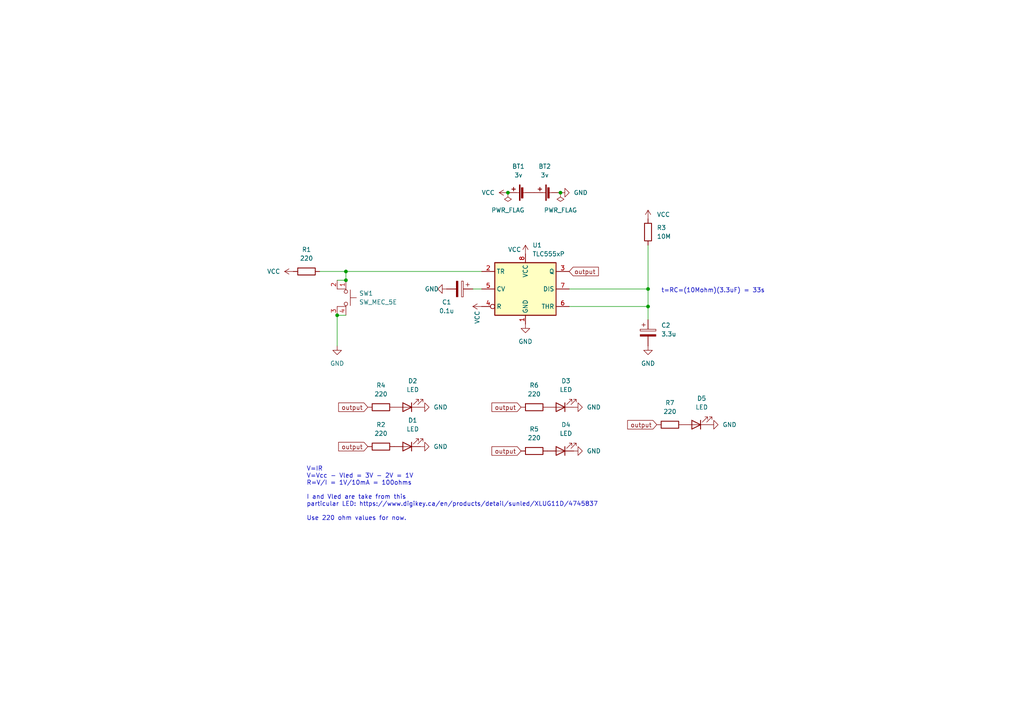
<source format=kicad_sch>
(kicad_sch (version 20211123) (generator eeschema)
  (paper "A4")
  (lib_symbols
    (symbol "Device:Battery_Cell" (pin_numbers hide) (pin_names (offset 0) hide)
      (property "Reference" "BT" (at 2.54 2.54 0))
      (property "Value" "Battery_Cell" (at 2.54 0 0))
      (symbol "Battery_Cell_0_1"
        (rectangle (start -2.286 1.778) (end 2.286 1.524) (fill (type outline)))
        (rectangle (start -1.5748 1.1938) (end 1.4732 0.6858) (fill (type outline)))
        (polyline (pts (xy 0 0.762) (xy 0 0)))
        (polyline (pts (xy 0 1.778) (xy 0 2.54)))
        (polyline (pts (xy 0.508 3.429) (xy 1.524 3.429)) (stroke (width 0.254)))
        (polyline (pts (xy 1.016 3.937) (xy 1.016 2.921)) (stroke (width 0.254)))
      )
      (symbol "Battery_Cell_1_1"
        (pin passive line (at 0 5.08 270) (length 2.54) (name "+") (number "1"))
        (pin passive line (at 0 -2.54 90) (length 2.54) (name "-") (number "2"))
      )
    )
    (symbol "Device:C_Polarized" (pin_numbers hide) (pin_names (offset 0.254))
      (property "Reference" "C" (at 0.635 2.54 0))
      (property "Value" "C_Polarized" (at 0.635 -2.54 0))
      (symbol "C_Polarized_0_1"
        (rectangle (start -2.286 0.508) (end 2.286 1.016))
        (polyline (pts (xy -1.778 2.286) (xy -0.762 2.286)))
        (polyline (pts (xy -1.27 2.794) (xy -1.27 1.778)))
        (rectangle (start 2.286 -0.508) (end -2.286 -1.016) (fill (type outline)))
      )
      (symbol "C_Polarized_1_1"
        (pin passive line (at 0 3.81 270) (length 2.794) (name "~") (number "1"))
        (pin passive line (at 0 -3.81 90) (length 2.794) (name "~") (number "2"))
      )
    )
    (symbol "Device:LED" (pin_numbers hide) (pin_names (offset 1.016) hide)
      (property "Reference" "D" (at 0 2.54 0))
      (property "Value" "LED" (at 0 -2.54 0))
      (symbol "LED_0_1"
        (polyline (pts (xy -1.27 -1.27) (xy -1.27 1.27)) (stroke (width 0.254)))
        (polyline (pts (xy -1.27 0) (xy 1.27 0)))
        (polyline (pts (xy 1.27 -1.27) (xy 1.27 1.27) (xy -1.27 0) (xy 1.27 -1.27)) (stroke (width 0.254)))
        (polyline (pts (xy -3.048 -0.762) (xy -4.572 -2.286) (xy -3.81 -2.286) (xy -4.572 -2.286) (xy -4.572 -1.524)))
        (polyline (pts (xy -1.778 -0.762) (xy -3.302 -2.286) (xy -2.54 -2.286) (xy -3.302 -2.286) (xy -3.302 -1.524)))
      )
      (symbol "LED_1_1"
        (pin passive line (at -3.81 0 0) (length 2.54) (name "K") (number "1"))
        (pin passive line (at 3.81 0 180) (length 2.54) (name "A") (number "2"))
      )
    )
    (symbol "Device:R" (pin_numbers hide) (pin_names (offset 0))
      (property "Reference" "R" (at 2.032 0 90))
      (property "Value" "R" (at 0 0 90))
      (symbol "R_0_1"
        (rectangle (start -1.016 -2.54) (end 1.016 2.54) (stroke (width 0.254)))
      )
      (symbol "R_1_1"
        (pin passive line (at 0 3.81 270) (length 1.27) (name "~") (number "1"))
        (pin passive line (at 0 -3.81 90) (length 1.27) (name "~") (number "2"))
      )
    )
    (symbol "Switch:SW_MEC_5E" (pin_names (offset 1.016) hide)
      (property "Reference" "SW" (at 0.635 5.715 0))
      (property "Value" "SW_MEC_5E" (at 0 -3.175 0))
      (symbol "SW_MEC_5E_0_1"
        (circle (center -1.778 2.54) (radius 0.508))
        (polyline (pts (xy -2.286 3.81) (xy 2.286 3.81)))
        (polyline (pts (xy 0 3.81) (xy 0 5.588)))
        (polyline (pts (xy -2.54 0) (xy -2.54 2.54) (xy -2.286 2.54)))
        (polyline (pts (xy 2.54 0) (xy 2.54 2.54) (xy 2.286 2.54)))
        (circle (center 1.778 2.54) (radius 0.508))
        (pin passive line (at -5.08 2.54 0) (length 2.54) (name "1") (number "1"))
        (pin passive line (at -5.08 0 0) (length 2.54) (name "2") (number "2"))
        (pin passive line (at 5.08 0 180) (length 2.54) (name "K") (number "3"))
        (pin passive line (at 5.08 2.54 180) (length 2.54) (name "A") (number "4"))
      )
    )
    (symbol "Timer:TLC555xP"
      (property "Reference" "U" (at -10.16 8.89 0))
      (property "Value" "TLC555xP" (at 2.54 8.89 0))
      (symbol "TLC555xP_0_0"
        (pin power_in line (at 0 -10.16 90) (length 2.54) (name "GND") (number "1"))
        (pin power_in line (at 0 10.16 270) (length 2.54) (name "VCC") (number "8"))
      )
      (symbol "TLC555xP_0_1"
        (rectangle (start -8.89 -7.62) (end 8.89 7.62) (stroke (width 0.254)) (fill (type background)))
        (rectangle (start -8.89 -7.62) (end 8.89 7.62) (stroke (width 0.254)) (fill (type background)))
      )
      (symbol "TLC555xP_1_1"
        (pin input line (at -12.7 5.08 0) (length 3.81) (name "TR") (number "2"))
        (pin output line (at 12.7 5.08 180) (length 3.81) (name "Q") (number "3"))
        (pin input inverted (at -12.7 -5.08 0) (length 3.81) (name "R") (number "4"))
        (pin input line (at -12.7 0 0) (length 3.81) (name "CV") (number "5"))
        (pin input line (at 12.7 -5.08 180) (length 3.81) (name "THR") (number "6"))
        (pin input line (at 12.7 0 180) (length 3.81) (name "DIS") (number "7"))
      )
    )
    (symbol "power:GND" (power) (pin_names (offset 0))
      (property "Value" "GND" (at 0 -3.81 0))
      (symbol "GND_0_1"
        (polyline (pts (xy 0 0) (xy 0 -1.27) (xy 1.27 -1.27) (xy 0 -2.54) (xy -1.27 -1.27) (xy 0 -1.27)))
      )
      (symbol "GND_1_1"
        (pin power_in line (at 0 0 270) (length 0) hide (name "GND") (number "1"))
      )
    )
    (symbol "power:PWR_FLAG" (power) (pin_numbers hide) (pin_names (offset 0) hide)
      (property "Value" "PWR_FLAG" (at 0 3.81 0))
      (symbol "PWR_FLAG_0_0"
        (pin power_out line (at 0 0 90) (length 0) (name "pwr") (number "1"))
      )
      (symbol "PWR_FLAG_0_1"
        (polyline (pts (xy 0 0) (xy 0 1.27) (xy -1.016 1.905) (xy 0 2.54) (xy 1.016 1.905) (xy 0 1.27)))
      )
    )
    (symbol "power:VCC" (power) (pin_names (offset 0))
      (property "Value" "VCC" (at 0 3.81 0))
      (symbol "VCC_0_1"
        (polyline (pts (xy -0.762 1.27) (xy 0 2.54)))
        (polyline (pts (xy 0 0) (xy 0 2.54)))
        (polyline (pts (xy 0 2.54) (xy 0.762 1.27)))
      )
      (symbol "VCC_1_1"
        (pin power_in line (at 0 0 90) (length 0) hide (name "VCC") (number "1"))
      )
    )
  )
  (junction (at 100.33 78.74))
  (junction (at 147.32 55.88))
  (junction (at 162.56 55.88))
  (junction (at 100.33 81.28))
  (junction (at 187.96 88.9))
  (junction (at 187.96 83.82))
  (junction (at 97.79 91.44))
  (wire (pts (xy 97.79 91.44) (xy 100.33 91.44)))
  (wire (pts (xy 137.16 83.82) (xy 139.7 83.82)))
  (wire (pts (xy 97.79 81.28) (xy 100.33 81.28)))
  (wire (pts (xy 97.79 91.44) (xy 97.79 100.33)))
  (wire (pts (xy 92.71 78.74) (xy 100.33 78.74)))
  (wire (pts (xy 187.96 88.9) (xy 187.96 92.71)))
  (wire (pts (xy 165.1 83.82) (xy 187.96 83.82)))
  (wire (pts (xy 187.96 83.82) (xy 187.96 88.9)))
  (wire (pts (xy 187.96 71.12) (xy 187.96 83.82)))
  (wire (pts (xy 100.33 78.74) (xy 100.33 81.28)))
  (wire (pts (xy 165.1 88.9) (xy 187.96 88.9)))
  (wire (pts (xy 100.33 78.74) (xy 139.7 78.74)))
  (text "t=RC=(10Mohm)(3.3uF) = 33s" (at 191.77 85.09 0) (effects (font (size 1.27 1.27)) (justify left bottom)))
  (text "V=IR\nV=Vcc - Vled = 3V - 2V = 1V\nR=V/I = 1V/10mA = 100ohms\n\nI and Vled are take from this\nparticular LED: https://www.digikey.ca/en/products/detail/sunled/XLUG11D/4745837\n\nUse 220 ohm values for now." (at 88.9 151.13 0) (effects (font (size 1.27 1.27)) (justify left bottom)))
  (global_label "output" (shape input) (at 106.68 118.11 180) (property "Intersheet References" "${INTERSHEET_REFS}" (effects hide)))
  (global_label "output" (shape input) (at 165.1 78.74 0) (property "Intersheet References" "${INTERSHEET_REFS}" (effects hide)))
  (global_label "output" (shape input) (at 106.68 129.54 180) (property "Intersheet References" "${INTERSHEET_REFS}" (effects hide)))
  (global_label "output" (shape input) (at 151.13 130.81 180) (property "Intersheet References" "${INTERSHEET_REFS}" (effects hide)))
  (global_label "output" (shape input) (at 190.5 123.19 180) (property "Intersheet References" "${INTERSHEET_REFS}" (effects hide)))
  (global_label "output" (shape input) (at 151.13 118.11 180) (property "Intersheet References" "${INTERSHEET_REFS}" (effects hide)))
  (symbol (lib_id "Device:C_Polarized") (at 187.96 96.52 0) (unit 1)
    (property "Reference" "C2" (at 191.77 94.3609 0) (effects (justify left)))
    (property "Value" "3.3u" (at 191.77 96.9009 0) (effects (justify left)))
    (property "Footprint" "Capacitor_THT:CP_Radial_D5.0mm_P2.50mm" (effects hide))
  )
  (symbol (lib_id "power:PWR_FLAG") (at 162.56 55.88 180) (unit 1)
    (property "Reference" "#FLG?" (effects hide))
    (property "Value" "PWR_FLAG" (at 162.56 60.96 0))
  )
  (symbol (lib_id "power:PWR_FLAG") (at 147.32 55.88 180) (unit 1)
    (property "Reference" "#FLG?" (effects hide))
    (property "Value" "PWR_FLAG" (at 147.32 60.96 0))
  )
  (symbol (lib_id "power:GND") (at 166.37 130.81 90) (unit 1)
    (property "Reference" "#PWR0107" (effects hide))
    (property "Value" "GND" (at 170.18 130.8099 90) (effects (justify right)))
  )
  (symbol (lib_id "Device:R") (at 110.49 118.11 270) (unit 1)
    (property "Reference" "R4" (at 110.49 111.76 90))
    (property "Value" "220" (at 110.49 114.3 90))
    (property "Footprint" "Resistor_THT:R_Axial_DIN0204_L3.6mm_D1.6mm_P5.08mm_Horizontal" (effects hide))
  )
  (symbol (lib_id "power:VCC") (at 85.09 78.74 90) (unit 1)
    (property "Reference" "#PWR0105" (effects hide))
    (property "Value" "VCC" (at 81.28 78.7399 90) (effects (justify left)))
  )
  (symbol (lib_id "power:VCC") (at 152.4 73.66 0) (unit 1)
    (property "Reference" "#PWR0114" (effects hide))
    (property "Value" "VCC" (at 147.32 72.39 0) (effects (justify left)))
  )
  (symbol (lib_id "Device:LED") (at 201.93 123.19 180) (unit 1)
    (property "Reference" "D5" (at 203.5175 115.57 0))
    (property "Value" "LED" (at 203.5175 118.11 0))
    (property "Footprint" "LED_THT:LED_D5.0mm" (effects hide))
  )
  (symbol (lib_id "power:VCC") (at 139.7 88.9 90) (unit 1)
    (property "Reference" "#PWR0102" (effects hide))
    (property "Value" "VCC" (at 138.43 93.98 0) (effects (justify left)))
  )
  (symbol (lib_id "Timer:TLC555xP") (at 152.4 83.82 0) (unit 1)
    (property "Reference" "U1" (at 154.4194 71.12 0) (effects (justify left)))
    (property "Value" "TLC555xP" (at 154.4194 73.66 0) (effects (justify left)))
    (property "Footprint" "Package_DIP:DIP-8_W7.62mm" (effects hide))
    (property "Datasheet" "http://www.ti.com/lit/ds/symlink/tlc555.pdf" (effects hide))
  )
  (symbol (lib_id "Device:C_Polarized") (at 133.35 83.82 270) (unit 1)
    (property "Reference" "C1" (at 129.54 87.63 90))
    (property "Value" "0.1u" (at 129.54 90.17 90))
    (property "Footprint" "Capacitor_THT:CP_Radial_D4.0mm_P2.00mm" (effects hide))
  )
  (symbol (lib_id "Device:R") (at 154.94 130.81 270) (unit 1)
    (property "Reference" "R5" (at 154.94 124.46 90))
    (property "Value" "220" (at 154.94 127 90))
    (property "Footprint" "Resistor_THT:R_Axial_DIN0204_L3.6mm_D1.6mm_P5.08mm_Horizontal" (effects hide))
  )
  (symbol (lib_id "Device:LED") (at 162.56 118.11 180) (unit 1)
    (property "Reference" "D3" (at 164.1475 110.49 0))
    (property "Value" "LED" (at 164.1475 113.03 0))
    (property "Footprint" "LED_THT:LED_D5.0mm" (effects hide))
  )
  (symbol (lib_id "power:VCC") (at 147.32 55.88 90) (unit 1)
    (property "Reference" "#PWR0115" (effects hide))
    (property "Value" "VCC" (at 143.51 55.8799 90) (effects (justify left)))
  )
  (symbol (lib_id "power:GND") (at 162.56 55.88 90) (unit 1)
    (property "Reference" "#PWR0113" (effects hide))
    (property "Value" "GND" (at 166.37 55.8799 90) (effects (justify right)))
  )
  (symbol (lib_id "power:GND") (at 129.54 83.82 270) (unit 1)
    (property "Reference" "#PWR0108" (effects hide))
    (property "Value" "GND" (at 123.19 83.82 90) (effects (justify left)))
  )
  (symbol (lib_id "Device:Battery_Cell") (at 152.4 55.88 90) (unit 1)
    (property "Reference" "BT1" (at 150.368 48.26 90))
    (property "Value" "3v" (at 150.368 50.8 90))
    (property "Footprint" "footprints:1066" (effects hide))
  )
  (symbol (lib_id "power:VCC") (at 187.96 63.5 0) (unit 1)
    (property "Reference" "#PWR0112" (effects hide))
    (property "Value" "VCC" (at 190.5 62.2299 0) (effects (justify left)))
  )
  (symbol (lib_id "Switch:SW_MEC_5E") (at 97.79 86.36 270) (unit 1)
    (property "Reference" "SW1" (at 104.14 85.0899 90) (effects (justify left)))
    (property "Value" "SW_MEC_5E" (at 104.14 87.6299 90) (effects (justify left)))
    (property "Footprint" "Button_Switch_THT:SW_PUSH-12mm" (effects hide))
    (property "Datasheet" "http://www.apem.com/int/index.php?controller=attachment&id_attachment=1371" (effects hide))
  )
  (symbol (lib_id "power:GND") (at 97.79 100.33 0) (unit 1)
    (property "Reference" "#PWR0109" (effects hide))
    (property "Value" "GND" (at 97.79 105.41 0))
  )
  (symbol (lib_id "Device:LED") (at 162.56 130.81 180) (unit 1)
    (property "Reference" "D4" (at 164.1475 123.19 0))
    (property "Value" "LED" (at 164.1475 125.73 0))
    (property "Footprint" "LED_THT:LED_D5.0mm" (effects hide))
  )
  (symbol (lib_id "power:GND") (at 166.37 118.11 90) (unit 1)
    (property "Reference" "#PWR0106" (effects hide))
    (property "Value" "GND" (at 170.18 118.1099 90) (effects (justify right)))
  )
  (symbol (lib_id "power:GND") (at 187.96 100.33 0) (unit 1)
    (property "Reference" "#PWR0110" (effects hide))
    (property "Value" "GND" (at 187.96 105.41 0))
  )
  (symbol (lib_id "Device:R") (at 154.94 118.11 270) (unit 1)
    (property "Reference" "R6" (at 154.94 111.76 90))
    (property "Value" "220" (at 154.94 114.3 90))
    (property "Footprint" "Resistor_THT:R_Axial_DIN0204_L3.6mm_D1.6mm_P5.08mm_Horizontal" (effects hide))
  )
  (symbol (lib_id "power:GND") (at 205.74 123.19 90) (unit 1)
    (property "Reference" "#PWR0111" (effects hide))
    (property "Value" "GND" (at 209.55 123.1899 90) (effects (justify right)))
  )
  (symbol (lib_id "power:GND") (at 121.92 129.54 90) (unit 1)
    (property "Reference" "#PWR0104" (effects hide))
    (property "Value" "GND" (at 125.73 129.5399 90) (effects (justify right)))
  )
  (symbol (lib_id "Device:Battery_Cell") (at 160.02 55.88 90) (unit 1)
    (property "Reference" "BT2" (at 157.988 48.26 90))
    (property "Value" "3v" (at 157.988 50.8 90))
    (property "Footprint" "footprints:1066" (effects hide))
  )
  (symbol (lib_id "Device:LED") (at 118.11 118.11 180) (unit 1)
    (property "Reference" "D2" (at 119.6975 110.49 0))
    (property "Value" "LED" (at 119.6975 113.03 0))
    (property "Footprint" "LED_THT:LED_D5.0mm" (effects hide))
  )
  (symbol (lib_id "Device:R") (at 88.9 78.74 90) (unit 1)
    (property "Reference" "R1" (at 88.9 72.39 90))
    (property "Value" "220" (at 88.9 74.93 90))
    (property "Footprint" "Resistor_THT:R_Axial_DIN0204_L3.6mm_D1.6mm_P5.08mm_Horizontal" (effects hide))
  )
  (symbol (lib_id "Device:R") (at 110.49 129.54 270) (unit 1)
    (property "Reference" "R2" (at 110.49 123.19 90))
    (property "Value" "220" (at 110.49 125.73 90))
    (property "Footprint" "Resistor_THT:R_Axial_DIN0204_L3.6mm_D1.6mm_P5.08mm_Horizontal" (effects hide))
  )
  (symbol (lib_id "power:GND") (at 121.92 118.11 90) (unit 1)
    (property "Reference" "#PWR0103" (effects hide))
    (property "Value" "GND" (at 125.73 118.1099 90) (effects (justify right)))
  )
  (symbol (lib_id "power:GND") (at 152.4 93.98 0) (unit 1)
    (property "Reference" "#PWR0101" (effects hide))
    (property "Value" "GND" (at 152.4 99.06 0))
  )
  (symbol (lib_id "Device:LED") (at 118.11 129.54 180) (unit 1)
    (property "Reference" "D1" (at 119.6975 121.92 0))
    (property "Value" "LED" (at 119.6975 124.46 0))
    (property "Footprint" "LED_THT:LED_D5.0mm" (effects hide))
  )
  (symbol (lib_id "Device:R") (at 187.96 67.31 0) (unit 1)
    (property "Reference" "R3" (at 190.5 66.0399 0) (effects (justify left)))
    (property "Value" "10M" (at 190.5 68.5799 0) (effects (justify left)))
    (property "Footprint" "Resistor_THT:R_Axial_DIN0204_L3.6mm_D1.6mm_P5.08mm_Horizontal" (effects hide))
  )
  (symbol (lib_id "Device:R") (at 194.31 123.19 270) (unit 1)
    (property "Reference" "R7" (at 194.31 116.84 90))
    (property "Value" "220" (at 194.31 119.38 90))
    (property "Footprint" "Resistor_THT:R_Axial_DIN0204_L3.6mm_D1.6mm_P5.08mm_Horizontal" (effects hide))
  )
)
</source>
